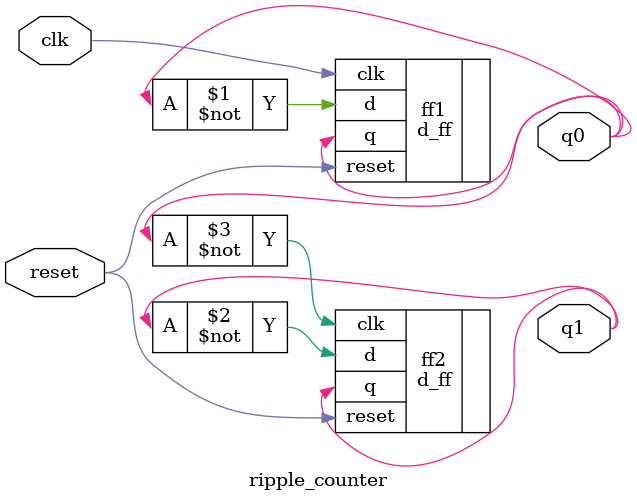
<source format=v>
`timescale 1ns / 1ps




module ripple_counter(
        clk, q0, q1, reset
    );
    input clk, reset;
    output q0, q1;
    d_ff ff1 (.d(~q0), .clk(clk), .q(q0), .reset(reset));
    d_ff ff2 (.d(~q1), .clk(~q0), .q(q1), .reset(reset));
endmodule

</source>
